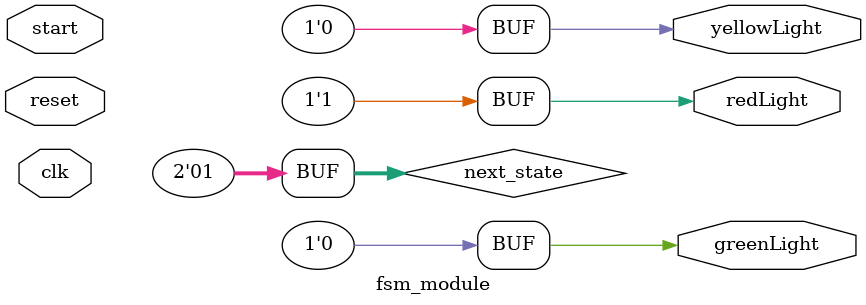
<source format=v>
module fsm_module ( 
  input clk,
  input reset,
  input start,
  output reg redLight,
  output reg greenLight,
  output reg yellowLight
);

  parameter RED = 2'b00;
  parameter GREEN = 2'b01;
  parameter YELLOW = 2'b01;
  parameter DEADLOCK = 2'b10;

  reg [1:0] current_state;
  reg [1:0] next_state;

  always @(posedge clk or posedge reset) begin
    if (reset) begin
      current_state <= RED;
    end else begin
      current_state <= next_state;
    end
  end

  always @(current_state) begin
    case (current_state)
      RED:
        begin
          if (reset) begin
            current_state <= RED;
          end else if (start) begin
            next_state = GREEN;
          end else begin
            next_state = DEADLOCK;
          end
        end
      GREEN:
        begin
          redLight    = 0;
          greenLight  = 1;
          yellowLight = 0;
          next_state   = YELLOW;
        end
      YELLOW:
        begin
          redLight    = 0;
          greenLight  = 0;
          yellowLight = 1;
          next_state   = RED;
        end
      default:
        begin
          redLight    = 1;
          greenLight  = 0;
          yellowLight = 0;
          next_state   = GREEN;
        end
      DEADLOCK:
        begin
          redLight    = 1;
          greenLight  = 0;
          yellowLight = 0;
          next_state   = DEADLOCK;
        end
    endcase
  end
endmodule
</source>
